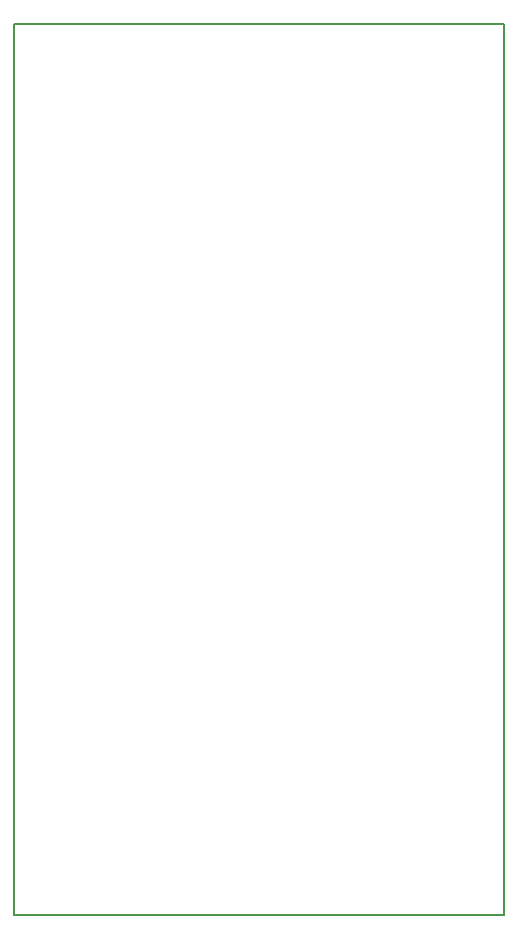
<source format=gbr>
%TF.GenerationSoftware,KiCad,Pcbnew,9.0.3*%
%TF.CreationDate,2025-12-08T06:40:44-06:00*%
%TF.ProjectId,Hotswap,486f7473-7761-4702-9e6b-696361645f70,rev?*%
%TF.SameCoordinates,Original*%
%TF.FileFunction,Profile,NP*%
%FSLAX46Y46*%
G04 Gerber Fmt 4.6, Leading zero omitted, Abs format (unit mm)*
G04 Created by KiCad (PCBNEW 9.0.3) date 2025-12-08 06:40:44*
%MOMM*%
%LPD*%
G01*
G04 APERTURE LIST*
%TA.AperFunction,Profile*%
%ADD10C,0.200000*%
%TD*%
G04 APERTURE END LIST*
D10*
X45000000Y-18500000D02*
X86500000Y-18500000D01*
X86500000Y-94000000D01*
X45000000Y-94000000D01*
X45000000Y-18500000D01*
M02*

</source>
